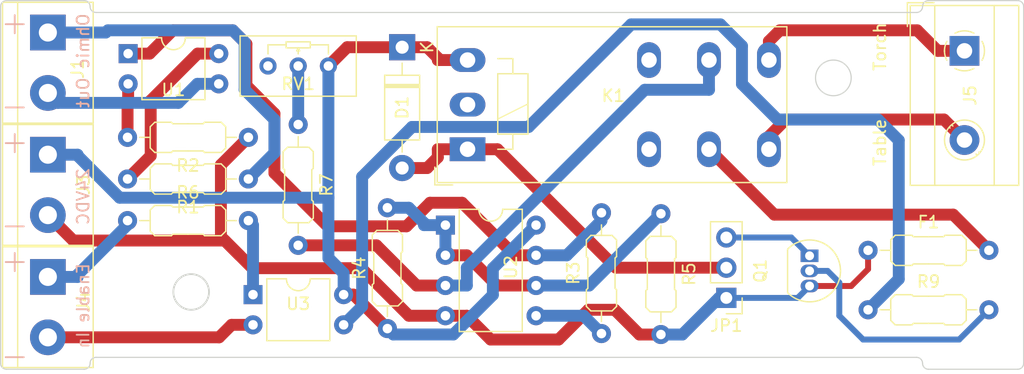
<source format=kicad_pcb>
(kicad_pcb (version 20240108) (generator "pcbnew") (generator_version "8.0")
  (layers (0 "F.Cu" signal) (31 "B.Cu" signal) (34 "B.Paste" user) (35 "F.Paste" user) (36 "B.SilkS" user "B.Silkscreen") (37 "F.SilkS" user "F.Silkscreen") (38 "B.Mask" user) (39 "F.Mask" user) (44 "Edge.Cuts" user))
  (net 0 "")
  (net 1 "+24V")
  (net 2 "Net-(D1-A)")
  (net 3 "Digital_Input")
  (net 4 "Masso_Power_24v")
  (net 5 "GND")
  (net 6 "Digital_Output")
  (net 7 "Masso_GND")
  (net 8 "Plasma_Torch+")
  (net 9 "Table_Ohmic-")
  (net 10 "Net-(JP1-B)")
  (net 11 "Net-(Q1-B)")
  (net 12 "Net-(R1-Pad2)")
  (net 13 "Net-(R2-Pad2)")
  (net 14 "Net-(R3-Pad2)")
  (net 15 "Net-(U2B-+)")
  (net 16 "Net-(U2A--)")
  (net 17 "Net-(R6-Pad2)")
  (net 18 "Net-(U2A-+)")
  (net 19 "Net-(R7-Pad1)")
  (net 20 "Net-(R9-Pad1)")
  (net 24 "Net-(F1-Pad2)")
  (footprint "PCM_Resistor_THT_AKL:R_Axial_DIN0207_L6.3mm_D2.5mm_P10.16mm_Horizontal" (layer "F.Cu") (at 102 147 90)
    (property "Reference" "R3" (at 5.08 -2.37 90) (layer "F.SilkS"))
    (property "Value" "470k" (hide yes))
    (fp_line (start 7.874 -1.27) (end 6.477 -1.27) (stroke (width 0.12)) (layer "F.SilkS"))
    (fp_line (start 6.477 -1.27) (end 6.35 -1.143) (stroke (width 0.12)) (layer "F.SilkS"))
    (fp_line (start 3.683 -1.27) (end 3.81 -1.143) (stroke (width 0.12)) (layer "F.SilkS"))
    (fp_line (start 2.286 -1.27) (end 3.683 -1.27) (stroke (width 0.12)) (layer "F.SilkS"))
    (fp_line (start 6.35 -1.143) (end 5.08 -1.143) (stroke (width 0.12)) (layer "F.SilkS"))
    (fp_line (start 3.81 -1.143) (end 5.08 -1.143) (stroke (width 0.12)) (layer "F.SilkS"))
    (fp_line (start 8.255 -0.889) (end 7.874 -1.27) (stroke (width 0.12)) (layer "F.SilkS"))
    (fp_line (start 8.255 -0.889) (end 8.255 0.889) (stroke (width 0.12)) (layer "F.SilkS"))
    (fp_line (start 1.905 -0.889) (end 2.286 -1.27) (stroke (width 0.12)) (layer "F.SilkS"))
    (fp_line (start 1.905 -0.889) (end 1.905 0.889) (stroke (width 0.12)) (layer "F.SilkS"))
    (fp_line (start 8.255 0) (end 9.144 0) (stroke (width 0.12)) (layer "F.SilkS"))
    (fp_line (start 1.905 0) (end 1.016 0) (stroke (width 0.12)) (layer "F.SilkS"))
    (fp_line (start 8.255 0.889) (end 7.874 1.27) (stroke (width 0.12)) (layer "F.SilkS"))
    (fp_line (start 1.905 0.889) (end 2.286 1.27) (stroke (width 0.12)) (layer "F.SilkS"))
    (fp_line (start 6.35 1.143) (end 5.08 1.143) (stroke (width 0.12)) (layer "F.SilkS"))
    (fp_line (start 3.81 1.143) (end 5.08 1.143) (stroke (width 0.12)) (layer "F.SilkS"))
    (fp_line (start 7.874 1.27) (end 6.477 1.27) (stroke (width 0.12)) (layer "F.SilkS"))
    (fp_line (start 6.477 1.27) (end 6.35 1.143) (stroke (width 0.12)) (layer "F.SilkS"))
    (fp_line (start 3.683 1.27) (end 3.81 1.143) (stroke (width 0.12)) (layer "F.SilkS"))
    (fp_line (start 2.286 1.27) (end 3.683 1.27) (stroke (width 0.12)) (layer "F.SilkS"))
    (pad "1" thru_hole circle (at 0 0 90) (size 1.6 1.6) (drill 0.8) (layers "*.Cu" "*.Mask") (net 15 "Net-(U2B-+)"))
    (pad "2" thru_hole oval (at 10.16 0 90) (size 1.6 1.6) (drill 0.8) (layers "*.Cu" "*.Mask") (net 14 "Net-(R3-Pad2)"))
  )
  (footprint "Package_DIP:DIP-4_W7.62mm" (layer "F.Cu") (at 72.7 143.725)
    (property "Reference" "U3" (at 3.8 0.775 0) (layer "F.SilkS"))
    (property "Value" "PC817")
    (fp_line (start 1.16 -1.33) (end 1.16 3.87) (stroke (width 0.12)) (layer "F.SilkS"))
    (fp_line (start 1.16 3.87) (end 6.46 3.87) (stroke (width 0.12)) (layer "F.SilkS"))
    (fp_line (start 2.81 -1.33) (end 1.16 -1.33) (stroke (width 0.12)) (layer "F.SilkS"))
    (fp_line (start 6.46 -1.33) (end 4.81 -1.33) (stroke (width 0.12)) (layer "F.SilkS"))
    (fp_line (start 6.46 3.87) (end 6.46 -1.33) (stroke (width 0.12)) (layer "F.SilkS"))
    (fp_arc (start 4.81 -1.33) (mid 3.81 -0.33) (end 2.81 -1.33) (stroke (width 0.12)) (layer "F.SilkS"))
    (pad "1" thru_hole rect (at 0 0) (size 1.6 1.6) (drill 0.8) (layers "*.Cu" "*.Mask") (net 17 "Net-(R6-Pad2)"))
    (pad "2" thru_hole oval (at 0 2.54) (size 1.6 1.6) (drill 0.8) (layers "*.Cu" "*.Mask") (net 7 "Masso_GND"))
    (pad "3" thru_hole oval (at 7.62 2.54) (size 1.6 1.6) (drill 0.8) (layers "*.Cu" "*.Mask") (net 20 "Net-(R9-Pad1)"))
    (pad "4" thru_hole oval (at 7.62 0) (size 1.6 1.6) (drill 0.8) (layers "*.Cu" "*.Mask") (net 1 "+24V"))
  )
  (footprint "PCM_Resistor_THT_AKL:R_Axial_DIN0207_L6.3mm_D2.5mm_P10.16mm_Horizontal" (layer "F.Cu") (at 84 146.58 90)
    (property "Reference" "R4" (at 5.08 -2.37 90) (layer "F.SilkS"))
    (property "Value" "15k" (hide yes))
    (fp_line (start 7.874 -1.27) (end 6.477 -1.27) (stroke (width 0.12)) (layer "F.SilkS"))
    (fp_line (start 6.477 -1.27) (end 6.35 -1.143) (stroke (width 0.12)) (layer "F.SilkS"))
    (fp_line (start 3.683 -1.27) (end 3.81 -1.143) (stroke (width 0.12)) (layer "F.SilkS"))
    (fp_line (start 2.286 -1.27) (end 3.683 -1.27) (stroke (width 0.12)) (layer "F.SilkS"))
    (fp_line (start 6.35 -1.143) (end 5.08 -1.143) (stroke (width 0.12)) (layer "F.SilkS"))
    (fp_line (start 3.81 -1.143) (end 5.08 -1.143) (stroke (width 0.12)) (layer "F.SilkS"))
    (fp_line (start 8.255 -0.889) (end 7.874 -1.27) (stroke (width 0.12)) (layer "F.SilkS"))
    (fp_line (start 8.255 -0.889) (end 8.255 0.889) (stroke (width 0.12)) (layer "F.SilkS"))
    (fp_line (start 1.905 -0.889) (end 2.286 -1.27) (stroke (width 0.12)) (layer "F.SilkS"))
    (fp_line (start 1.905 -0.889) (end 1.905 0.889) (stroke (width 0.12)) (layer "F.SilkS"))
    (fp_line (start 8.255 0) (end 9.144 0) (stroke (width 0.12)) (layer "F.SilkS"))
    (fp_line (start 1.905 0) (end 1.016 0) (stroke (width 0.12)) (layer "F.SilkS"))
    (fp_line (start 8.255 0.889) (end 7.874 1.27) (stroke (width 0.12)) (layer "F.SilkS"))
    (fp_line (start 1.905 0.889) (end 2.286 1.27) (stroke (width 0.12)) (layer "F.SilkS"))
    (fp_line (start 6.35 1.143) (end 5.08 1.143) (stroke (width 0.12)) (layer "F.SilkS"))
    (fp_line (start 3.81 1.143) (end 5.08 1.143) (stroke (width 0.12)) (layer "F.SilkS"))
    (fp_line (start 7.874 1.27) (end 6.477 1.27) (stroke (width 0.12)) (layer "F.SilkS"))
    (fp_line (start 6.477 1.27) (end 6.35 1.143) (stroke (width 0.12)) (layer "F.SilkS"))
    (fp_line (start 3.683 1.27) (end 3.81 1.143) (stroke (width 0.12)) (layer "F.SilkS"))
    (fp_line (start 2.286 1.27) (end 3.683 1.27) (stroke (width 0.12)) (layer "F.SilkS"))
    (pad "1" thru_hole circle (at 0 0 90) (size 1.6 1.6) (drill 0.8) (layers "*.Cu" "*.Mask") (net 1 "+24V"))
    (pad "2" thru_hole oval (at 10.16 0 90) (size 1.6 1.6) (drill 0.8) (layers "*.Cu" "*.Mask") (net 16 "Net-(U2A--)"))
  )
  (footprint "PCM_Resistor_THT_AKL:R_Axial_DIN0207_L6.3mm_D2.5mm_P10.16mm_Horizontal" (layer "F.Cu") (at 107 136.92 -90)
    (property "Reference" "R5" (at 5.08 -2.37 -90) (layer "F.SilkS"))
    (property "Value" "100k" (hide yes))
    (fp_line (start 2.286 1.27) (end 3.683 1.27) (stroke (width 0.12)) (layer "F.SilkS"))
    (fp_line (start 3.683 1.27) (end 3.81 1.143) (stroke (width 0.12)) (layer "F.SilkS"))
    (fp_line (start 6.477 1.27) (end 6.35 1.143) (stroke (width 0.12)) (layer "F.SilkS"))
    (fp_line (start 7.874 1.27) (end 6.477 1.27) (stroke (width 0.12)) (layer "F.SilkS"))
    (fp_line (start 3.81 1.143) (end 5.08 1.143) (stroke (width 0.12)) (layer "F.SilkS"))
    (fp_line (start 6.35 1.143) (end 5.08 1.143) (stroke (width 0.12)) (layer "F.SilkS"))
    (fp_line (start 1.905 0.889) (end 2.286 1.27) (stroke (width 0.12)) (layer "F.SilkS"))
    (fp_line (start 8.255 0.889) (end 7.874 1.27) (stroke (width 0.12)) (layer "F.SilkS"))
    (fp_line (start 1.905 0) (end 1.016 0) (stroke (width 0.12)) (layer "F.SilkS"))
    (fp_line (start 8.255 0) (end 9.144 0) (stroke (width 0.12)) (layer "F.SilkS"))
    (fp_line (start 1.905 -0.889) (end 1.905 0.889) (stroke (width 0.12)) (layer "F.SilkS"))
    (fp_line (start 1.905 -0.889) (end 2.286 -1.27) (stroke (width 0.12)) (layer "F.SilkS"))
    (fp_line (start 8.255 -0.889) (end 8.255 0.889) (stroke (width 0.12)) (layer "F.SilkS"))
    (fp_line (start 8.255 -0.889) (end 7.874 -1.27) (stroke (width 0.12)) (layer "F.SilkS"))
    (fp_line (start 3.81 -1.143) (end 5.08 -1.143) (stroke (width 0.12)) (layer "F.SilkS"))
    (fp_line (start 6.35 -1.143) (end 5.08 -1.143) (stroke (width 0.12)) (layer "F.SilkS"))
    (fp_line (start 2.286 -1.27) (end 3.683 -1.27) (stroke (width 0.12)) (layer "F.SilkS"))
    (fp_line (start 3.683 -1.27) (end 3.81 -1.143) (stroke (width 0.12)) (layer "F.SilkS"))
    (fp_line (start 6.477 -1.27) (end 6.35 -1.143) (stroke (width 0.12)) (layer "F.SilkS"))
    (fp_line (start 7.874 -1.27) (end 6.477 -1.27) (stroke (width 0.12)) (layer "F.SilkS"))
    (pad "1" thru_hole circle (at 0 0 270) (size 1.6 1.6) (drill 0.8) (layers "*.Cu" "*.Mask") (net 16 "Net-(U2A--)"))
    (pad "2" thru_hole oval (at 10.16 0 270) (size 1.6 1.6) (drill 0.8) (layers "*.Cu" "*.Mask") (net 5 "GND"))
  )
  (footprint "Connector_PinHeader_2.54mm:PinHeader_1x03_P2.54mm_Vertical" (layer "F.Cu") (at 112.5 144 180)
    (property "Reference" "JP1" (at 0 -2.33 180) (layer "F.SilkS"))
    (property "Value" "Ext enable")
    (fp_line (start 1.33 1.27) (end 1.33 6.41) (stroke (width 0.12)) (layer "F.SilkS"))
    (fp_line (start -1.33 6.41) (end 1.33 6.41) (stroke (width 0.12)) (layer "F.SilkS"))
    (fp_line (start -1.33 1.27) (end 1.33 1.27) (stroke (width 0.12)) (layer "F.SilkS"))
    (fp_line (start -1.33 1.27) (end -1.33 6.41) (stroke (width 0.12)) (layer "F.SilkS"))
    (fp_line (start -1.33 0) (end -1.33 -1.33) (stroke (width 0.12)) (layer "F.SilkS"))
    (fp_line (start -1.33 -1.33) (end 0 -1.33) (stroke (width 0.12)) (layer "F.SilkS"))
    (pad "1" thru_hole rect (at 0 0 180) (size 1.7 1.7) (drill 1) (layers "*.Cu" "*.Mask") (net 5 "GND"))
    (pad "2" thru_hole oval (at 0 2.54 180) (size 1.7 1.7) (drill 1) (layers "*.Cu" "*.Mask") (net 2 "Net-(D1-A)"))
    (pad "3" thru_hole oval (at 0 5.08 180) (size 1.7 1.7) (drill 1) (layers "*.Cu" "*.Mask") (net 10 "Net-(JP1-B)"))
  )
  (footprint "TerminalBlock:TerminalBlock_bornier-2_P5.08mm" (layer "F.Cu") (at 55.4496 131.96 -90)
    (property "Reference" "J3" (at 2.54 -3 90) (layer "F.SilkS"))
    (property "Value" "Screw_Terminal_01x02" (hide yes))
    (fp_line (start -2.54 3.81) (end 7.62 3.81) (stroke (width 0.12)) (layer "F.SilkS"))
    (fp_line (start 7.62 3.81) (end 7.62 -3.81) (stroke (width 0.12)) (layer "F.SilkS"))
    (fp_line (start 7.62 2.54) (end -2.54 2.54) (stroke (width 0.12)) (layer "F.SilkS"))
    (fp_line (start -2.54 -3.81) (end -2.54 3.81) (stroke (width 0.12)) (layer "F.SilkS"))
    (fp_line (start 7.62 -3.81) (end -2.54 -3.81) (stroke (width 0.12)) (layer "F.SilkS"))
    (pad "1" thru_hole rect (at 0 0 270) (size 3 3) (drill 1.52) (layers "*.Cu" "*.Mask") (net 1 "+24V"))
    (pad "2" thru_hole circle (at 5.08 0 270) (size 3 3) (drill 1.52) (layers "*.Cu" "*.Mask") (net 5 "GND"))
  )
  (footprint "TerminalBlock:TerminalBlock_bornier-2_P5.08mm" (layer "F.Cu") (at 55.4496 142.235 -90)
    (property "Reference" "J4" (at 2.08 -3 90) (layer "F.SilkS"))
    (property "Value" "Screw_Terminal_01x02" (hide yes))
    (fp_line (start -2.54 3.81) (end 7.62 3.81) (stroke (width 0.12)) (layer "F.SilkS"))
    (fp_line (start 7.62 3.81) (end 7.62 -3.81) (stroke (width 0.12)) (layer "F.SilkS"))
    (fp_line (start 7.62 2.54) (end -2.54 2.54) (stroke (width 0.12)) (layer "F.SilkS"))
    (fp_line (start -2.54 -3.81) (end -2.54 3.81) (stroke (width 0.12)) (layer "F.SilkS"))
    (fp_line (start 7.62 -3.81) (end -2.54 -3.81) (stroke (width 0.12)) (layer "F.SilkS"))
    (pad "1" thru_hole rect (at 0 0 270) (size 3 3) (drill 1.52) (layers "*.Cu" "*.Mask") (net 6 "Digital_Output"))
    (pad "2" thru_hole circle (at 5.08 0 270) (size 3 3) (drill 1.52) (layers "*.Cu" "*.Mask") (net 7 "Masso_GND"))
  )
  (footprint "Package_TO_SOT_THT:TO-92_Inline" (layer "F.Cu") (at 119.5 140.46 -90)
    (property "Reference" "Q1" (at 1.27 4.14 90) (layer "F.SilkS"))
    (property "Value" "BC547")
    (fp_line (start -0.53 1.85) (end 3.07 1.85) (stroke (width 0.12)) (layer "F.SilkS"))
    (fp_arc (start -0.568478 1.838478) (mid -1.132087 -0.994977) (end 1.27 -2.6) (stroke (width 0.12)) (layer "F.SilkS"))
    (fp_arc (start 1.27 -2.6) (mid 3.672087 -0.994977) (end 3.108478 1.838478) (stroke (width 0.12)) (layer "F.SilkS"))
    (pad "1" thru_hole rect (at 0 0 270) (size 1.05 1.5) (drill 0.75) (layers "*.Cu" "*.Mask") (net 10 "Net-(JP1-B)"))
    (pad "2" thru_hole oval (at 1.27 0 270) (size 1.05 1.5) (drill 0.75) (layers "*.Cu" "*.Mask") (net 11 "Net-(Q1-B)"))
    (pad "3" thru_hole oval (at 2.54 0 270) (size 1.05 1.5) (drill 0.75) (layers "*.Cu" "*.Mask") (net 5 "GND"))
  )
  (footprint "PCM_Resistor_THT_AKL:R_Axial_DIN0207_L6.3mm_D2.5mm_P10.16mm_Horizontal" (layer "F.Cu") (at 124.42 140)
    (property "Reference" "F1" (at 5.08 -2.37 0) (layer "F.SilkS"))
    (property "Value" "Fuse" (hide yes))
    (fp_line (start 1.905 -0.889) (end 1.905 0.889) (stroke (width 0.12)) (layer "F.SilkS"))
    (fp_line (start 1.905 -0.889) (end 2.286 -1.27) (stroke (width 0.12)) (layer "F.SilkS"))
    (fp_line (start 1.905 0) (end 1.016 0) (stroke (width 0.12)) (layer "F.SilkS"))
    (fp_line (start 1.905 0.889) (end 2.286 1.27) (stroke (width 0.12)) (layer "F.SilkS"))
    (fp_line (start 2.286 -1.27) (end 3.683 -1.27) (stroke (width 0.12)) (layer "F.SilkS"))
    (fp_line (start 2.286 1.27) (end 3.683 1.27) (stroke (width 0.12)) (layer "F.SilkS"))
    (fp_line (start 3.683 -1.27) (end 3.81 -1.143) (stroke (width 0.12)) (layer "F.SilkS"))
    (fp_line (start 3.683 1.27) (end 3.81 1.143) (stroke (width 0.12)) (layer "F.SilkS"))
    (fp_line (start 3.81 -1.143) (end 5.08 -1.143) (stroke (width 0.12)) (layer "F.SilkS"))
    (fp_line (start 3.81 1.143) (end 5.08 1.143) (stroke (width 0.12)) (layer "F.SilkS"))
    (fp_line (start 6.35 -1.143) (end 5.08 -1.143) (stroke (width 0.12)) (layer "F.SilkS"))
    (fp_line (start 6.35 1.143) (end 5.08 1.143) (stroke (width 0.12)) (layer "F.SilkS"))
    (fp_line (start 6.477 -1.27) (end 6.35 -1.143) (stroke (width 0.12)) (layer "F.SilkS"))
    (fp_line (start 6.477 1.27) (end 6.35 1.143) (stroke (width 0.12)) (layer "F.SilkS"))
    (fp_line (start 7.874 -1.27) (end 6.477 -1.27) (stroke (width 0.12)) (layer "F.SilkS"))
    (fp_line (start 7.874 1.27) (end 6.477 1.27) (stroke (width 0.12)) (layer "F.SilkS"))
    (fp_line (start 8.255 -0.889) (end 7.874 -1.27) (stroke (width 0.12)) (layer "F.SilkS"))
    (fp_line (start 8.255 -0.889) (end 8.255 0.889) (stroke (width 0.12)) (layer "F.SilkS"))
    (fp_line (start 8.255 0) (end 9.144 0) (stroke (width 0.12)) (layer "F.SilkS"))
    (fp_line (start 8.255 0.889) (end 7.874 1.27) (stroke (width 0.12)) (layer "F.SilkS"))
    (pad "1" thru_hole circle (at 0 0) (size 1.6 1.6) (drill 0.8) (layers "*.Cu" "*.Mask") (net 5 "GND"))
    (pad "2" thru_hole oval (at 10.16 0) (size 1.6 1.6) (drill 0.8) (layers "*.Cu" "*.Mask") (net 24 "Net-(F1-Pad2)"))
  )
  (footprint "PCM_Resistor_THT_AKL:R_Axial_DIN0207_L6.3mm_D2.5mm_P10.16mm_Horizontal" (layer "F.Cu") (at 62.15 137.5)
    (property "Reference" "R6" (at 5.08 -2.37 0) (layer "F.SilkS"))
    (property "Value" "4k7" (hide yes))
    (fp_line (start 1.905 -0.889) (end 1.905 0.889) (stroke (width 0.12)) (layer "F.SilkS"))
    (fp_line (start 1.905 -0.889) (end 2.286 -1.27) (stroke (width 0.12)) (layer "F.SilkS"))
    (fp_line (start 1.905 0) (end 1.016 0) (stroke (width 0.12)) (layer "F.SilkS"))
    (fp_line (start 1.905 0.889) (end 2.286 1.27) (stroke (width 0.12)) (layer "F.SilkS"))
    (fp_line (start 2.286 -1.27) (end 3.683 -1.27) (stroke (width 0.12)) (layer "F.SilkS"))
    (fp_line (start 2.286 1.27) (end 3.683 1.27) (stroke (width 0.12)) (layer "F.SilkS"))
    (fp_line (start 3.683 -1.27) (end 3.81 -1.143) (stroke (width 0.12)) (layer "F.SilkS"))
    (fp_line (start 3.683 1.27) (end 3.81 1.143) (stroke (width 0.12)) (layer "F.SilkS"))
    (fp_line (start 3.81 -1.143) (end 5.08 -1.143) (stroke (width 0.12)) (layer "F.SilkS"))
    (fp_line (start 3.81 1.143) (end 5.08 1.143) (stroke (width 0.12)) (layer "F.SilkS"))
    (fp_line (start 6.35 -1.143) (end 5.08 -1.143) (stroke (width 0.12)) (layer "F.SilkS"))
    (fp_line (start 6.35 1.143) (end 5.08 1.143) (stroke (width 0.12)) (layer "F.SilkS"))
    (fp_line (start 6.477 -1.27) (end 6.35 -1.143) (stroke (width 0.12)) (layer "F.SilkS"))
    (fp_line (start 6.477 1.27) (end 6.35 1.143) (stroke (width 0.12)) (layer "F.SilkS"))
    (fp_line (start 7.874 -1.27) (end 6.477 -1.27) (stroke (width 0.12)) (layer "F.SilkS"))
    (fp_line (start 7.874 1.27) (end 6.477 1.27) (stroke (width 0.12)) (layer "F.SilkS"))
    (fp_line (start 8.255 -0.889) (end 7.874 -1.27) (stroke (width 0.12)) (layer "F.SilkS"))
    (fp_line (start 8.255 -0.889) (end 8.255 0.889) (stroke (width 0.12)) (layer "F.SilkS"))
    (fp_line (start 8.255 0) (end 9.144 0) (stroke (width 0.12)) (layer "F.SilkS"))
    (fp_line (start 8.255 0.889) (end 7.874 1.27) (stroke (width 0.12)) (layer "F.SilkS"))
    (pad "1" thru_hole circle (at 0 0) (size 1.6 1.6) (drill 0.8) (layers "*.Cu" "*.Mask") (net 6 "Digital_Output"))
    (pad "2" thru_hole oval (at 10.16 0) (size 1.6 1.6) (drill 0.8) (layers "*.Cu" "*.Mask") (net 17 "Net-(R6-Pad2)"))
  )
  (footprint "PCM_Resistor_THT_AKL:R_Axial_DIN0207_L6.3mm_D2.5mm_P10.16mm_Horizontal" (layer "F.Cu") (at 124.42 145)
    (property "Reference" "R9" (at 5.08 -2.37 0) (layer "F.SilkS"))
    (property "Value" "4k7" (hide yes))
    (fp_line (start 1.905 -0.889) (end 1.905 0.889) (stroke (width 0.12)) (layer "F.SilkS"))
    (fp_line (start 1.905 -0.889) (end 2.286 -1.27) (stroke (width 0.12)) (layer "F.SilkS"))
    (fp_line (start 1.905 0) (end 1.016 0) (stroke (width 0.12)) (layer "F.SilkS"))
    (fp_line (start 1.905 0.889) (end 2.286 1.27) (stroke (width 0.12)) (layer "F.SilkS"))
    (fp_line (start 2.286 -1.27) (end 3.683 -1.27) (stroke (width 0.12)) (layer "F.SilkS"))
    (fp_line (start 2.286 1.27) (end 3.683 1.27) (stroke (width 0.12)) (layer "F.SilkS"))
    (fp_line (start 3.683 -1.27) (end 3.81 -1.143) (stroke (width 0.12)) (layer "F.SilkS"))
    (fp_line (start 3.683 1.27) (end 3.81 1.143) (stroke (width 0.12)) (layer "F.SilkS"))
    (fp_line (start 3.81 -1.143) (end 5.08 -1.143) (stroke (width 0.12)) (layer "F.SilkS"))
    (fp_line (start 3.81 1.143) (end 5.08 1.143) (stroke (width 0.12)) (layer "F.SilkS"))
    (fp_line (start 6.35 -1.143) (end 5.08 -1.143) (stroke (width 0.12)) (layer "F.SilkS"))
    (fp_line (start 6.35 1.143) (end 5.08 1.143) (stroke (width 0.12)) (layer "F.SilkS"))
    (fp_line (start 6.477 -1.27) (end 6.35 -1.143) (stroke (width 0.12)) (layer "F.SilkS"))
    (fp_line (start 6.477 1.27) (end 6.35 1.143) (stroke (width 0.12)) (layer "F.SilkS"))
    (fp_line (start 7.874 -1.27) (end 6.477 -1.27) (stroke (width 0.12)) (layer "F.SilkS"))
    (fp_line (start 7.874 1.27) (end 6.477 1.27) (stroke (width 0.12)) (layer "F.SilkS"))
    (fp_line (start 8.255 -0.889) (end 7.874 -1.27) (stroke (width 0.12)) (layer "F.SilkS"))
    (fp_line (start 8.255 -0.889) (end 8.255 0.889) (stroke (width 0.12)) (layer "F.SilkS"))
    (fp_line (start 8.255 0) (end 9.144 0) (stroke (width 0.12)) (layer "F.SilkS"))
    (fp_line (start 8.255 0.889) (end 7.874 1.27) (stroke (width 0.12)) (layer "F.SilkS"))
    (pad "1" thru_hole circle (at 0 0) (size 1.6 1.6) (drill 0.8) (layers "*.Cu" "*.Mask") (net 20 "Net-(R9-Pad1)"))
    (pad "2" thru_hole oval (at 10.16 0) (size 1.6 1.6) (drill 0.8) (layers "*.Cu" "*.Mask") (net 11 "Net-(Q1-B)"))
  )
  (footprint "Package_DIP:DIP-8_W7.62mm" (layer "F.Cu") (at 88.88 137.88)
    (property "Reference" "U2" (at 5.5 3.54 90) (layer "F.SilkS"))
    (property "Value" "LM358")
    (fp_line (start 1.16 -1.33) (end 1.16 8.95) (stroke (width 0.12)) (layer "F.SilkS"))
    (fp_line (start 1.16 8.95) (end 6.46 8.95) (stroke (width 0.12)) (layer "F.SilkS"))
    (fp_line (start 2.81 -1.33) (end 1.16 -1.33) (stroke (width 0.12)) (layer "F.SilkS"))
    (fp_line (start 6.46 -1.33) (end 4.81 -1.33) (stroke (width 0.12)) (layer "F.SilkS"))
    (fp_line (start 6.46 8.95) (end 6.46 -1.33) (stroke (width 0.12)) (layer "F.SilkS"))
    (fp_arc (start 4.81 -1.33) (mid 3.81 -0.33) (end 2.81 -1.33) (stroke (width 0.12)) (layer "F.SilkS"))
    (pad "1" thru_hole rect (at 0 0) (size 1.6 1.6) (drill 0.8) (layers "*.Cu" "*.Mask") (net 16 "Net-(U2A--)"))
    (pad "2" thru_hole oval (at 0 2.54) (size 1.6 1.6) (drill 0.8) (layers "*.Cu" "*.Mask") (net 16 "Net-(U2A--)"))
    (pad "3" thru_hole oval (at 0 5.08) (size 1.6 1.6) (drill 0.8) (layers "*.Cu" "*.Mask") (net 18 "Net-(U2A-+)"))
    (pad "4" thru_hole oval (at 0 7.62) (size 1.6 1.6) (drill 0.8) (layers "*.Cu" "*.Mask") (net 5 "GND"))
    (pad "5" thru_hole oval (at 7.62 7.62) (size 1.6 1.6) (drill 0.8) (layers "*.Cu" "*.Mask") (net 15 "Net-(U2B-+)"))
    (pad "6" thru_hole oval (at 7.62 5.08) (size 1.6 1.6) (drill 0.8) (layers "*.Cu" "*.Mask") (net 16 "Net-(U2A--)"))
    (pad "7" thru_hole oval (at 7.62 2.54) (size 1.6 1.6) (drill 0.8) (layers "*.Cu" "*.Mask") (net 14 "Net-(R3-Pad2)"))
    (pad "8" thru_hole oval (at 7.62 0) (size 1.6 1.6) (drill 0.8) (layers "*.Cu" "*.Mask") (net 1 "+24V"))
  )
  (footprint "PCM_Resistor_THT_AKL:R_Axial_DIN0207_L6.3mm_D2.5mm_P10.16mm_Horizontal" (layer "F.Cu") (at 72.31 130.5 180)
    (property "Reference" "R2" (at 5.08 -2.37 180) (layer "F.SilkS"))
    (property "Value" "4k7" (hide yes))
    (fp_line (start 8.255 0.889) (end 7.874 1.27) (stroke (width 0.12)) (layer "F.SilkS"))
    (fp_line (start 8.255 0) (end 9.144 0) (stroke (width 0.12)) (layer "F.SilkS"))
    (fp_line (start 8.255 -0.889) (end 8.255 0.889) (stroke (width 0.12)) (layer "F.SilkS"))
    (fp_line (start 8.255 -0.889) (end 7.874 -1.27) (stroke (width 0.12)) (layer "F.SilkS"))
    (fp_line (start 7.874 1.27) (end 6.477 1.27) (stroke (width 0.12)) (layer "F.SilkS"))
    (fp_line (start 7.874 -1.27) (end 6.477 -1.27) (stroke (width 0.12)) (layer "F.SilkS"))
    (fp_line (start 6.477 1.27) (end 6.35 1.143) (stroke (width 0.12)) (layer "F.SilkS"))
    (fp_line (start 6.477 -1.27) (end 6.35 -1.143) (stroke (width 0.12)) (layer "F.SilkS"))
    (fp_line (start 6.35 1.143) (end 5.08 1.143) (stroke (width 0.12)) (layer "F.SilkS"))
    (fp_line (start 6.35 -1.143) (end 5.08 -1.143) (stroke (width 0.12)) (layer "F.SilkS"))
    (fp_line (start 3.81 1.143) (end 5.08 1.143) (stroke (width 0.12)) (layer "F.SilkS"))
    (fp_line (start 3.81 -1.143) (end 5.08 -1.143) (stroke (width 0.12)) (layer "F.SilkS"))
    (fp_line (start 3.683 1.27) (end 3.81 1.143) (stroke (width 0.12)) (layer "F.SilkS"))
    (fp_line (start 3.683 -1.27) (end 3.81 -1.143) (stroke (width 0.12)) (layer "F.SilkS"))
    (fp_line (start 2.286 1.27) (end 3.683 1.27) (stroke (width 0.12)) (layer "F.SilkS"))
    (fp_line (start 2.286 -1.27) (end 3.683 -1.27) (stroke (width 0.12)) (layer "F.SilkS"))
    (fp_line (start 1.905 0.889) (end 2.286 1.27) (stroke (width 0.12)) (layer "F.SilkS"))
    (fp_line (start 1.905 0) (end 1.016 0) (stroke (width 0.12)) (layer "F.SilkS"))
    (fp_line (start 1.905 -0.889) (end 2.286 -1.27) (stroke (width 0.12)) (layer "F.SilkS"))
    (fp_line (start 1.905 -0.889) (end 1.905 0.889) (stroke (width 0.12)) (layer "F.SilkS"))
    (pad "1" thru_hole circle (at 0 0 180) (size 1.6 1.6) (drill 0.8) (layers "*.Cu" "*.Mask") (net 5 "GND"))
    (pad "2" thru_hole oval (at 10.16 0 180) (size 1.6 1.6) (drill 0.8) (layers "*.Cu" "*.Mask") (net 13 "Net-(R2-Pad2)"))
  )
  (footprint "TerminalBlock:TerminalBlock_bornier-2_P5.08mm" (layer "F.Cu") (at 55.4496 121.685 -90)
    (property "Reference" "J1" (at 3.04 -2.5 90) (layer "F.SilkS"))
    (property "Value" "Screw_Terminal_01x02" (hide yes))
    (fp_line (start -2.54 3.81) (end 7.62 3.81) (stroke (width 0.12)) (layer "F.SilkS"))
    (fp_line (start 7.62 3.81) (end 7.62 -3.81) (stroke (width 0.12)) (layer "F.SilkS"))
    (fp_line (start 7.62 2.54) (end -2.54 2.54) (stroke (width 0.12)) (layer "F.SilkS"))
    (fp_line (start -2.54 -3.81) (end -2.54 3.81) (stroke (width 0.12)) (layer "F.SilkS"))
    (fp_line (start 7.62 -3.81) (end -2.54 -3.81) (stroke (width 0.12)) (layer "F.SilkS"))
    (pad "1" thru_hole rect (at 0 0 270) (size 3 3) (drill 1.52) (layers "*.Cu" "*.Mask") (net 4 "Masso_Power_24v"))
    (pad "2" thru_hole circle (at 5.08 0 270) (size 3 3) (drill 1.52) (layers "*.Cu" "*.Mask") (net 3 "Digital_Input"))
  )
  (footprint "PCM_Resistor_THT_AKL:R_Axial_DIN0207_L6.3mm_D2.5mm_P10.16mm_Horizontal" (layer "F.Cu") (at 72.31 134 180)
    (property "Reference" "R1" (at 5.08 -2.37 180) (layer "F.SilkS"))
    (property "Value" "4k7" (hide yes))
    (fp_line (start 8.255 0.889) (end 7.874 1.27) (stroke (width 0.12)) (layer "F.SilkS"))
    (fp_line (start 8.255 0) (end 9.144 0) (stroke (width 0.12)) (layer "F.SilkS"))
    (fp_line (start 8.255 -0.889) (end 8.255 0.889) (stroke (width 0.12)) (layer "F.SilkS"))
    (fp_line (start 8.255 -0.889) (end 7.874 -1.27) (stroke (width 0.12)) (layer "F.SilkS"))
    (fp_line (start 7.874 1.27) (end 6.477 1.27) (stroke (width 0.12)) (layer "F.SilkS"))
    (fp_line (start 7.874 -1.27) (end 6.477 -1.27) (stroke (width 0.12)) (layer "F.SilkS"))
    (fp_line (start 6.477 1.27) (end 6.35 1.143) (stroke (width 0.12)) (layer "F.SilkS"))
    (fp_line (start 6.477 -1.27) (end 6.35 -1.143) (stroke (width 0.12)) (layer "F.SilkS"))
    (fp_line (start 6.35 1.143) (end 5.08 1.143) (stroke (width 0.12)) (layer "F.SilkS"))
    (fp_line (start 6.35 -1.143) (end 5.08 -1.143) (stroke (width 0.12)) (layer "F.SilkS"))
    (fp_line (start 3.81 1.143) (end 5.08 1.143) (stroke (width 0.12)) (layer "F.SilkS"))
    (fp_line (start 3.81 -1.143) (end 5.08 -1.143) (stroke (width 0.12)) (layer "F.SilkS"))
    (fp_line (start 3.683 1.27) (end 3.81 1.143) (stroke (width 0.12)) (layer "F.SilkS"))
    (fp_line (start 3.683 -1.27) (end 3.81 -1.143) (stroke (width 0.12)) (layer "F.SilkS"))
    (fp_line (start 2.286 1.27) (end 3.683 1.27) (stroke (width 0.12)) (layer "F.SilkS"))
    (fp_line (start 2.286 -1.27) (end 3.683 -1.27) (stroke (width 0.12)) (layer "F.SilkS"))
    (fp_line (start 1.905 0.889) (end 2.286 1.27) (stroke (width 0.12)) (layer "F.SilkS"))
    (fp_line (start 1.905 0) (end 1.016 0) (stroke (width 0.12)) (layer "F.SilkS"))
    (fp_line (start 1.905 -0.889) (end 2.286 -1.27) (stroke (width 0.12)) (layer "F.SilkS"))
    (fp_line (start 1.905 -0.889) (end 1.905 0.889) (stroke (width 0.12)) (layer "F.SilkS"))
    (pad "1" thru_hole circle (at 0 0 180) (size 1.6 1.6) (drill 0.8) (layers "*.Cu" "*.Mask") (net 4 "Masso_Power_24v"))
    (pad "2" thru_hole oval (at 10.16 0 180) (size 1.6 1.6) (drill 0.8) (layers "*.Cu" "*.Mask") (net 12 "Net-(R1-Pad2)"))
  )
  (footprint "TerminalBlock_MetzConnect:TerminalBlock_MetzConnect_Type171_RT13702HBWC_1x02_P7.50mm_Horizontal" (layer "F.Cu") (at 132.525 123.225 -90)
    (property "Reference" "J5" (at 3.75 -0.475 90) (layer "F.SilkS"))
    (property "Value" "Screw_Terminal_01x02" (hide yes))
    (fp_line (start -4.05 4.8) (end -2.05 4.8) (stroke (width 0.12)) (layer "F.SilkS"))
    (fp_line (start -3.81 4.56) (end 11.31 4.56) (stroke (width 0.12)) (layer "F.SilkS"))
    (fp_line (start -4.05 2.56) (end -4.05 4.8) (stroke (width 0.12)) (layer "F.SilkS"))
    (fp_line (start -3.81 2.5) (end 11.31 2.5) (stroke (width 0.12)) (layer "F.SilkS"))
    (fp_line (start 6.49 1.216) (end 6.431 1.274) (stroke (width 0.12)) (layer "F.SilkS"))
    (fp_line (start 6.32 0.976) (end 6.226 1.069) (stroke (width 0.12)) (layer "F.SilkS"))
    (fp_line (start 8.775 -1.069) (end 8.681 -0.976) (stroke (width 0.12)) (layer "F.SilkS"))
    (fp_line (start 8.57 -1.275) (end 8.511 -1.216) (stroke (width 0.12)) (layer "F.SilkS"))
    (fp_line (start -3.81 -2.5) (end 11.31 -2.5) (stroke (width 0.12)) (layer "F.SilkS"))
    (fp_line (start -3.81 -4.56) (end -3.81 4.56) (stroke (width 0.12)) (layer "F.SilkS"))
    (fp_line (start -3.81 -4.56) (end 11.31 -4.56) (stroke (width 0.12)) (layer "F.SilkS"))
    (fp_line (start 11.31 -4.56) (end 11.31 4.56) (stroke (width 0.12)) (layer "F.SilkS"))
    (fp_arc (start 0.029383 1.68045) (mid -0.392304 1.634281) (end -0.789 1.484) (stroke (width 0.12)) (layer "F.SilkS"))
    (fp_arc (start 0.788712 1.483352) (mid 0.406429 1.630097) (end 0 1.68) (stroke (width 0.12)) (layer "F.SilkS"))
    (fp_arc (start -1.483953 0.789089) (mid -1.680708 0.00005) (end -1.484 -0.789) (stroke (width 0.12)) (layer "F.SilkS"))
    (fp_arc (start 1.483953 -0.789089) (mid 1.680708 -0.00005) (end 1.484 0.789) (stroke (width 0.12)) (layer "F.SilkS"))
    (fp_arc (start -0.789089 -1.483953) (mid -0.00005 -1.680708) (end 0.789 -1.484) (stroke (width 0.12)) (layer "F.SilkS"))
    (fp_circle (center 7.5 0) (end 9.18 0) (stroke (width 0.12)) (fill none) (layer "F.SilkS"))
    (pad "1" thru_hole rect (at 0 0 270) (size 2.5 2.5) (drill 1.3) (layers "*.Cu" "*.Mask") (net 8 "Plasma_Torch+"))
    (pad "2" thru_hole circle (at 7.5 0 270) (size 2.5 2.5) (drill 1.3) (layers "*.Cu" "*.Mask") (net 9 "Table_Ohmic-"))
  )
  (footprint "PCM_Potentiometer_THT_AKL:Potentiometer_Bourns_3296W_Vertical" (layer "F.Cu") (at 79.04 124.5)
    (property "Reference" "RV1" (at -2.54 1.5 0) (layer "F.SilkS"))
    (property "Value" "500k" (hide yes))
    (fp_line (start -7.425 -2.53) (end -7.425 2.54) (stroke (width 0.12)) (layer "F.SilkS"))
    (fp_line (start -7.425 -2.53) (end 2.345 -2.53) (stroke (width 0.12)) (layer "F.SilkS"))
    (fp_line (start -7.425 2.54) (end 2.345 2.54) (stroke (width 0.12)) (layer "F.SilkS"))
    (fp_line (start -5.08 -1.778) (end -5.08 -1.016) (stroke (width 0.12)) (layer "F.SilkS"))
    (fp_line (start -3.556 -1.778) (end -5.08 -1.778) (stroke (width 0.12)) (layer "F.SilkS"))
    (fp_line (start -2.54 -1.524) (end -2.54 -1.016) (stroke (width 0.12)) (layer "F.SilkS"))
    (fp_line (start -1.524 -1.778) (end 0 -1.778) (stroke (width 0.12)) (layer "F.SilkS"))
    (fp_line (start 0 -1.778) (end 0 -1.016) (stroke (width 0.12)) (layer "F.SilkS"))
    (fp_line (start 2.345 -2.53) (end 2.345 2.54) (stroke (width 0.12)) (layer "F.SilkS"))
    (fp_rect (start -3.556 -2.032) (end -1.524 -1.524) (stroke (width 0.12)) (fill none) (layer "F.SilkS"))
    (fp_poly (pts (xy -2.413 -1.27) (xy -2.667 -1.27) (xy -2.54 -1.524)) (stroke (width 0.12)) (fill solid) (layer "F.SilkS"))
    (pad "1" thru_hole circle (at 0 0) (size 1.44 1.44) (drill 0.8) (layers "*.Cu" "*.Mask") (net 1 "+24V"))
    (pad "2" thru_hole circle (at -2.54 0) (size 1.44 1.44) (drill 0.8) (layers "*.Cu" "*.Mask") (net 19 "Net-(R7-Pad1)"))
    (pad "3" thru_hole circle (at -5.08 0) (size 1.44 1.44) (drill 0.8) (layers "*.Cu" "*.Mask"))
  )
  (footprint "Package_DIP:DIP-4_W7.62mm" (layer "F.Cu") (at 62.2 123.46)
    (property "Reference" "U1" (at 3.81 3.05 0) (layer "F.SilkS"))
    (property "Value" "PC817")
    (fp_line (start 1.16 -1.33) (end 1.16 3.87) (stroke (width 0.12)) (layer "F.SilkS"))
    (fp_line (start 1.16 3.87) (end 6.46 3.87) (stroke (width 0.12)) (layer "F.SilkS"))
    (fp_line (start 2.81 -1.33) (end 1.16 -1.33) (stroke (width 0.12)) (layer "F.SilkS"))
    (fp_line (start 6.46 -1.33) (end 4.81 -1.33) (stroke (width 0.12)) (layer "F.SilkS"))
    (fp_line (start 6.46 3.87) (end 6.46 -1.33) (stroke (width 0.12)) (layer "F.SilkS"))
    (fp_arc (start 4.81 -1.33) (mid 3.81 -0.33) (end 2.81 -1.33) (stroke (width 0.12)) (layer "F.SilkS"))
    (pad "1" thru_hole rect (at 0 0) (size 1.6 1.6) (drill 0.8) (layers "*.Cu" "*.Mask") (net 14 "Net-(R3-Pad2)"))
    (pad "2" thru_hole oval (at 0 2.54) (size 1.6 1.6) (drill 0.8) (layers "*.Cu" "*.Mask") (net 13 "Net-(R2-Pad2)"))
    (pad "3" thru_hole oval (at 7.62 2.54) (size 1.6 1.6) (drill 0.8) (layers "*.Cu" "*.Mask") (net 3 "Digital_Input"))
    (pad "4" thru_hole oval (at 7.62 0) (size 1.6 1.6) (drill 0.8) (layers "*.Cu" "*.Mask") (net 12 "Net-(R1-Pad2)"))
  )
  (footprint "PCM_Resistor_THT_AKL:R_Axial_DIN0207_L6.3mm_D2.5mm_P10.16mm_Horizontal" (layer "F.Cu") (at 76.5 129.42 -90)
    (property "Reference" "R7" (at 5.08 -2.37 -90) (layer "F.SilkS"))
    (property "Value" "4k7" (hide yes))
    (fp_line (start 2.286 1.27) (end 3.683 1.27) (stroke (width 0.12)) (layer "F.SilkS"))
    (fp_line (start 3.683 1.27) (end 3.81 1.143) (stroke (width 0.12)) (layer "F.SilkS"))
    (fp_line (start 6.477 1.27) (end 6.35 1.143) (stroke (width 0.12)) (layer "F.SilkS"))
    (fp_line (start 7.874 1.27) (end 6.477 1.27) (stroke (width 0.12)) (layer "F.SilkS"))
    (fp_line (start 3.81 1.143) (end 5.08 1.143) (stroke (width 0.12)) (layer "F.SilkS"))
    (fp_line (start 6.35 1.143) (end 5.08 1.143) (stroke (width 0.12)) (layer "F.SilkS"))
    (fp_line (start 1.905 0.889) (end 2.286 1.27) (stroke (width 0.12)) (layer "F.SilkS"))
    (fp_line (start 8.255 0.889) (end 7.874 1.27) (stroke (width 0.12)) (layer "F.SilkS"))
    (fp_line (start 1.905 0) (end 1.016 0) (stroke (width 0.12)) (layer "F.SilkS"))
    (fp_line (start 8.255 0) (end 9.144 0) (stroke (width 0.12)) (layer "F.SilkS"))
    (fp_line (start 1.905 -0.889) (end 1.905 0.889) (stroke (width 0.12)) (layer "F.SilkS"))
    (fp_line (start 1.905 -0.889) (end 2.286 -1.27) (stroke (width 0.12)) (layer "F.SilkS"))
    (fp_line (start 8.255 -0.889) (end 8.255 0.889) (stroke (width 0.12)) (layer "F.SilkS"))
    (fp_line (start 8.255 -0.889) (end 7.874 -1.27) (stroke (width 0.12)) (layer "F.SilkS"))
    (fp_line (start 3.81 -1.143) (end 5.08 -1.143) (stroke (width 0.12)) (layer "F.SilkS"))
    (fp_line (start 6.35 -1.143) (end 5.08 -1.143) (stroke (width 0.12)) (layer "F.SilkS"))
    (fp_line (start 2.286 -1.27) (end 3.683 -1.27) (stroke (width 0.12)) (layer "F.SilkS"))
    (fp_line (start 3.683 -1.27) (end 3.81 -1.143) (stroke (width 0.12)) (layer "F.SilkS"))
    (fp_line (start 6.477 -1.27) (end 6.35 -1.143) (stroke (width 0.12)) (layer "F.SilkS"))
    (fp_line (start 7.874 -1.27) (end 6.477 -1.27) (stroke (width 0.12)) (layer "F.SilkS"))
    (pad "1" thru_hole circle (at 0 0 270) (size 1.6 1.6) (drill 0.8) (layers "*.Cu" "*.Mask") (net 19 "Net-(R7-Pad1)"))
    (pad "2" thru_hole oval (at 10.16 0 270) (size 1.6 1.6) (drill 0.8) (layers "*.Cu" "*.Mask") (net 18 "Net-(U2A-+)"))
  )
  (footprint "Diode_THT:D_DO-41_SOD81_P10.16mm_Horizontal" (layer "F.Cu") (at 85.24 122.92 -90)
    (property "Reference" "D1" (at 5.08 0 90) (layer "F.SilkS"))
    (property "Value" "1N4007")
    (fp_line (start 2.36 1.47) (end 7.8 1.47) (stroke (width 0.12)) (layer "F.SilkS"))
    (fp_line (start 7.8 1.47) (end 7.8 -1.47) (stroke (width 0.12)) (layer "F.SilkS"))
    (fp_line (start 1.34 0) (end 2.36 0) (stroke (width 0.12)) (layer "F.SilkS"))
    (fp_line (start 8.82 0) (end 7.8 0) (stroke (width 0.12)) (layer "F.SilkS"))
    (fp_line (start 2.36 -1.47) (end 2.36 1.47) (stroke (width 0.12)) (layer "F.SilkS"))
    (fp_line (start 3.14 -1.47) (end 3.14 1.47) (stroke (width 0.12)) (layer "F.SilkS"))
    (fp_line (start 3.26 -1.47) (end 3.26 1.47) (stroke (width 0.12)) (layer "F.SilkS"))
    (fp_line (start 3.38 -1.47) (end 3.38 1.47) (stroke (width 0.12)) (layer "F.SilkS"))
    (fp_line (start 7.8 -1.47) (end 2.36 -1.47) (stroke (width 0.12)) (layer "F.SilkS"))
    (fp_text user "K" (at 0 -2.1 90) (layer "F.SilkS"))
    (pad "1" thru_hole rect (at 0 0 270) (size 2.2 2.2) (drill 1.1) (layers "*.Cu" "*.Mask") (net 1 "+24V"))
    (pad "2" thru_hole oval (at 10.16 0 270) (size 2.2 2.2) (drill 1.1) (layers "*.Cu" "*.Mask") (net 2 "Net-(D1-A)"))
  )
  (footprint "Relay_THT:Relay_DPDT_Schrack-RT2-FormC-Dual-Coil_RM5mm" (layer "F.Cu") (at 90.74 131.5)
    (property "Reference" "K1" (at 12.26 -4.5 0) (layer "F.SilkS"))
    (property "Value" "Relay_DPDT-NO")
    (fp_line (start -2.75 1.5) (end -2.75 3) (stroke (width 0.12)) (layer "F.SilkS"))
    (fp_line (start -2.75 3) (end -1.25 3) (stroke (width 0.12)) (layer "F.SilkS"))
    (fp_line (start -2.55 -10.3) (end -2.55 2.8) (stroke (width 0.12)) (layer "F.SilkS"))
    (fp_line (start -2.55 2.8) (end 26.85 2.8) (stroke (width 0.12)) (layer "F.SilkS"))
    (fp_line (start 2.54 -6.35) (end 2.54 -1.27) (stroke (width 0.12)) (layer "F.SilkS"))
    (fp_line (start 2.54 -2.54) (end 5.08 -3.81) (stroke (width 0.1)) (layer "F.SilkS"))
    (fp_line (start 2.54 -1.27) (end 3.81 -1.27) (stroke (width 0.12)) (layer "F.SilkS"))
    (fp_line (start 2.54 0) (end 3.81 0) (stroke (width 0.12)) (layer "F.SilkS"))
    (fp_line (start 3.81 -7.62) (end 2.54 -7.62) (stroke (width 0.12)) (layer "F.SilkS"))
    (fp_line (start 3.81 -6.35) (end 3.81 -7.62) (stroke (width 0.12)) (layer "F.SilkS"))
    (fp_line (start 3.81 -1.27) (end 5.08 -1.27) (stroke (width 0.12)) (layer "F.SilkS"))
    (fp_line (start 3.81 0) (end 3.81 -1.27) (stroke (width 0.12)) (layer "F.SilkS"))
    (fp_line (start 5.08 -6.35) (end 2.54 -6.35) (stroke (width 0.12)) (layer "F.SilkS"))
    (fp_line (start 5.08 -1.27) (end 5.08 -6.35) (stroke (width 0.12)) (layer "F.SilkS"))
    (fp_line (start 26.85 -10.3) (end -2.55 -10.3) (stroke (width 0.12)) (layer "F.SilkS"))
    (fp_line (start 26.85 2.8) (end 26.85 -10.3) (stroke (width 0.12)) (layer "F.SilkS"))
    (pad "11" thru_hole oval (at 20.3 0 180) (size 2 3) (drill 1.3) (layers "*.Cu" "*.Mask") (net 24 "Net-(F1-Pad2)"))
    (pad "12" thru_hole oval (at 15.26 0 180) (size 2 3) (drill 1.3) (layers "*.Cu" "*.Mask"))
    (pad "14" thru_hole oval (at 25.34 0 180) (size 2 3) (drill 1.3) (layers "*.Cu" "*.Mask") (net 9 "Table_Ohmic-"))
    (pad "21" thru_hole oval (at 20.3 -7.5 180) (size 2 3) (drill 1.3) (layers "*.Cu" "*.Mask") (net 18 "Net-(U2A-+)"))
    (pad "22" thru_hole oval (at 15.26 -7.5 180) (size 2 3) (drill 1.3) (layers "*.Cu" "*.Mask"))
    (pad "24" thru_hole oval (at 25.34 -7.5 180) (size 2 3) (drill 1.3) (layers "*.Cu" "*.Mask") (net 8 "Plasma_Torch+"))
    (pad "A1" thru_hole rect (at 0 0 180) (size 3 2) (drill 1.3) (layers "*.Cu" "*.Mask") (net 2 "Net-(D1-A)"))
    (pad "A2" thru_hole oval (at 0 -7.5 180) (size 3 2) (drill 1.3) (layers "*.Cu" "*.Mask") (net 1 "+24V"))
    (pad "A3" thru_hole oval (at 0 -3.75 180) (size 3 2) (drill 1.3) (layers "*.Cu" "*.Mask"))
  )
  (gr_line (start 137 119) (end 129.5 119) (stroke (width 0.1)) (layer "Edge.Cuts"))
  (gr_circle (center 67.5 143.5) (end 69 143.5) (stroke (width 0.15)) (fill none) (layer "Edge.Cuts"))
  (gr_line (start 137.5 149.5) (end 137.5 119.5) (stroke (width 0.1)) (layer "Edge.Cuts"))
  (gr_arc (start 128.5 149) (mid 128.853553 149.146447) (end 129 149.5) (stroke (width 0.1)) (layer "Edge.Cuts"))
  (gr_line (start 58.5 119) (end 51.9746 119) (stroke (width 0.1)) (layer "Edge.Cuts"))
  (gr_arc (start 59 149.5) (mid 58.853553 149.853553) (end 58.5 150) (stroke (width 0.1)) (layer "Edge.Cuts"))
  (gr_arc (start 59 149.5) (mid 59.146447 149.146447) (end 59.5 149) (stroke (width 0.1)) (layer "Edge.Cuts"))
  (gr_arc (start 51.4746 119.5) (mid 51.621047 119.146447) (end 51.9746 119) (stroke (width 0.1)) (layer "Edge.Cuts"))
  (gr_arc (start 58.5 119) (mid 58.853553 119.146447) (end 59 119.5) (stroke (width 0.1)) (layer "Edge.Cuts"))
  (gr_arc (start 137.5 149.5) (mid 137.353553 149.853553) (end 137 150) (stroke (width 0.1)) (layer "Edge.Cuts"))
  (gr_line (start 128.5 120) (end 59.5 120) (stroke (width 0.1)) (layer "Edge.Cuts"))
  (gr_arc (start 137 119) (mid 137.353553 119.146447) (end 137.5 119.5) (stroke (width 0.1)) (layer "Edge.Cuts"))
  (gr_line (start 129.5 150) (end 137 150) (stroke (width 0.1)) (layer "Edge.Cuts"))
  (gr_line (start 51.9746 150) (end 58.5 150) (stroke (width 0.1)) (layer "Edge.Cuts"))
  (gr_arc (start 51.9746 150) (mid 51.621047 149.853553) (end 51.4746 149.5) (stroke (width 0.1)) (layer "Edge.Cuts"))
  (gr_line (start 51.4746 119.5) (end 51.4746 149.5) (stroke (width 0.1)) (layer "Edge.Cuts"))
  (gr_arc (start 129 119.5) (mid 128.853553 119.853553) (end 128.5 120) (stroke (width 0.1)) (layer "Edge.Cuts"))
  (gr_arc (start 59.5 120) (mid 59.146447 119.853553) (end 59 119.5) (stroke (width 0.1)) (layer "Edge.Cuts"))
  (gr_line (start 59.5 149) (end 128.5 149) (stroke (width 0.1)) (layer "Edge.Cuts"))
  (gr_circle (center 121.5 125.5) (end 123 125.5) (stroke (width 0.1)) (fill none) (layer "Edge.Cuts"))
  (gr_arc (start 129.5 150) (mid 129.146447 149.853553) (end 129 149.5) (stroke (width 0.1)) (layer "Edge.Cuts"))
  (gr_arc (start 129 119.5) (mid 129.146447 119.146447) (end 129.5 119) (stroke (width 0.1)) (layer "Edge.Cuts"))
  (gr_text "+" (at 54 142 0) (layer "B.SilkS") (effects (font (size 2 2)) (justify left bottom mirror)))
  (gr_text "Ohmic Out" (at 59 120 90) (layer "B.SilkS") (effects (font (size 1 1)) (justify left bottom mirror)))
  (gr_text "+" (at 54 132 0) (layer "B.SilkS") (effects (font (size 2 2)) (justify left bottom mirror)))
  (gr_text "24VDC" (at 59 133 90) (layer "B.SilkS") (effects (font (size 1 1)) (justify left bottom mirror)))
  (gr_text "-" (at 54 139 0) (layer "B.SilkS") (effects (font (size 2 2)) (justify left bottom mirror)))
  (gr_text "+" (at 54 122 0) (layer "B.SilkS") (effects (font (size 2 2)) (justify left bottom mirror)))
  (gr_text "Enable In" (at 59 141 90) (layer "B.SilkS") (effects (font (size 1 1)) (justify left bottom mirror)))
  (gr_text "-" (at 54 129 0) (layer "B.SilkS") (effects (font (size 2 2)) (justify left bottom mirror)))
  (gr_text "-" (at 54 150 0) (layer "B.SilkS") (effects (font (size 2 2)) (justify left bottom mirror)))
  (gr_text "Torch" (at 126 125 90) (layer "F.SilkS") (effects (font (size 1 1)) (justify left bottom)))
  (gr_text "Table\n" (at 126 133 90) (layer "F.SilkS") (effects (font (size 1 1)) (justify left bottom)))
  (segment (start 88.24 124) (end 88.24 123.82) (width 1) (layer "F.Cu") (net 1))
  (segment (start 81.145 143.725) (end 84 146.58) (width 1) (layer "F.Cu") (net 1))
  (segment (start 80.62 122.92) (end 79.04 124.5) (width 1) (layer "F.Cu") (net 1))
  (segment (start 88.24 123.82) (end 87.34 122.92) (width 1) (layer "F.Cu") (net 1))
  (segment (start 85.24 122.92) (end 87.34 122.92) (width 1) (layer "F.Cu") (net 1))
  (segment (start 85.24 122.92) (end 80.62 122.92) (width 1) (layer "F.Cu") (net 1))
  (segment (start 80.32 143.725) (end 81.145 143.725) (width 1) (layer "F.Cu") (net 1))
  (segment (start 90.74 124) (end 88.24 124) (width 1) (layer "F.Cu") (net 1))
  (segment (start 55.4496 131.96) (end 57.9496 131.96) (width 1) (layer "B.Cu") (net 1))
  (segment (start 61.4875 135.576) (end 57.9496 132.0381) (width 1) (layer "B.Cu") (net 1))
  (segment (start 79.04 135.576) (end 61.4875 135.576) (width 1) (layer "B.Cu") (net 1))
  (segment (start 79.04 140.645) (end 80.32 141.925) (width 1) (layer "B.Cu") (net 1))
  (segment (start 89.5429 147.075) (end 92.868 143.7499) (width 1) (layer "B.Cu") (net 1))
  (segment (start 57.9496 132.0381) (end 57.9496 131.96) (width 1) (layer "B.Cu") (net 1))
  (segment (start 92.868 143.7499) (end 92.868 141.512) (width 1) (layer "B.Cu") (net 1))
  (segment (start 79.04 124.5) (end 79.04 135.576) (width 1) (layer "B.Cu") (net 1))
  (segment (start 80.32 143.725) (end 80.32 141.925) (width 1) (layer "B.Cu") (net 1))
  (segment (start 84.495 147.075) (end 89.5429 147.075) (width 1) (layer "B.Cu") (net 1))
  (segment (start 84 146.58) (end 84.495 147.075) (width 1) (layer "B.Cu") (net 1))
  (segment (start 92.868 141.512) (end 96.5 137.88) (width 1) (layer "B.Cu") (net 1))
  (segment (start 79.04 135.576) (end 79.04 140.645) (width 1) (layer "B.Cu") (net 1))
  (segment (start 87.34 133.08) (end 88.24 132.18) (width 1) (layer "F.Cu") (net 2))
  (segment (start 90.74 131.5) (end 88.24 131.5) (width 1) (layer "F.Cu") (net 2))
  (segment (start 90.74 131.5) (end 93.2545 131.5) (width 1) (layer "F.Cu") (net 2))
  (segment (start 103.2145 141.46) (end 112.5 141.46) (width 1) (layer "F.Cu") (net 2))
  (segment (start 88.24 132.18) (end 88.24 131.5) (width 1) (layer "F.Cu") (net 2))
  (segment (start 85.24 133.08) (end 87.34 133.08) (width 1) (layer "F.Cu") (net 2))
  (segment (start 93.2545 131.5) (end 103.2145 141.46) (width 1) (layer "F.Cu") (net 2))
  (segment (start 69.82 126) (end 68.02 126) (width 1) (layer "B.Cu") (net 3))
  (segment (start 56.2845 127.5999) (end 66.4201 127.5999) (width 1) (layer "B.Cu") (net 3))
  (segment (start 66.4201 127.5999) (end 68.02 126) (width 1) (layer "B.Cu") (net 3))
  (segment (start 55.4496 126.765) (end 56.2845 127.5999) (width 1) (layer "B.Cu") (net 3))
  (segment (start 72 126.5) (end 74.5 129) (width 1) (layer "B.Cu") (net 4))
  (segment (start 74.5 129) (end 74.5 131.81) (width 1) (layer "B.Cu") (net 4))
  (segment (start 55.4496 121.685) (end 60.315 121.685) (width 1) (layer "B.Cu") (net 4))
  (segment (start 72 122.5) (end 72 126.5) (width 1) (layer "B.Cu") (net 4))
  (segment (start 71 121.5) (end 72 122.5) (width 1) (layer "B.Cu") (net 4))
  (segment (start 60.5 121.5) (end 71 121.5) (width 1) (layer "B.Cu") (net 4))
  (segment (start 74.5 131.81) (end 72.31 134) (width 1) (layer "B.Cu") (net 4))
  (segment (start 60.315 121.685) (end 60.5 121.5) (width 1) (layer "B.Cu") (net 4))
  (segment (start 105.2 147.08) (end 107 147.08) (width 1) (layer "F.Cu") (net 5))
  (segment (start 100.894 145) (end 103.12 145) (width 1) (layer "F.Cu") (net 5))
  (segment (start 124.42 141.58) (end 124.42 140) (width 0.5) (layer "F.Cu") (net 5))
  (segment (start 72.6488 141.5) (end 81.8067 141.5) (width 1) (layer "F.Cu") (net 5))
  (segment (start 88.88 145.5) (end 90.68 145.5) (width 1) (layer "F.Cu") (net 5))
  (segment (start 103.12 145) (end 105.2 147.08) (width 1) (layer "F.Cu") (net 5))
  (segment (start 119.5 143) (end 123 143) (width 0.5) (layer "F.Cu") (net 5))
  (segment (start 55.4496 137.04) (end 57.5852 139.1756) (width 1) (layer "F.Cu") (net 5))
  (segment (start 92.68 147.5) (end 98.394 147.5) (width 1) (layer "F.Cu") (net 5))
  (segment (start 72.31 130.5) (end 70 132.81) (width 1) (layer "F.Cu") (net 5))
  (segment (start 98.394 147.5) (end 100.894 145) (width 1) (layer "F.Cu") (net 5))
  (segment (start 70 138.8512) (end 72.6488 141.5) (width 1) (layer "F.Cu") (net 5))
  (segment (start 81.8067 141.5) (end 85.8067 145.5) (width 1) (layer "F.Cu") (net 5))
  (segment (start 85.8067 145.5) (end 88.88 145.5) (width 1) (layer "F.Cu") (net 5))
  (segment (start 90.68 145.5) (end 92.68 147.5) (width 1) (layer "F.Cu") (net 5))
  (segment (start 70.3244 139.1756) (end 71.5744 140.4256) (width 1) (layer "F.Cu") (net 5))
  (segment (start 123 143) (end 124.42 141.58) (width 0.5) (layer "F.Cu") (net 5))
  (segment (start 57.5852 139.1756) (end 70.3244 139.1756) (width 1) (layer "F.Cu") (net 5))
  (segment (start 70 132.81) (end 70 138.8512) (width 1) (layer "F.Cu") (net 5))
  (segment (start 108.8 147.08) (end 111.88 144) (width 1) (layer "B.Cu") (net 5))
  (segment (start 111.88 144) (end 112.5 144) (width 1) (layer "B.Cu") (net 5))
  (segment (start 118.5 144) (end 119.5 143) (width 0.5) (layer "B.Cu") (net 5))
  (segment (start 112.5 144) (end 118.5 144) (width 0.5) (layer "B.Cu") (net 5))
  (segment (start 107 147.08) (end 108.8 147.08) (width 1) (layer "B.Cu") (net 5))
  (segment (start 57.9496 142.0504) (end 62.15 137.85) (width 1) (layer "B.Cu") (net 6))
  (segment (start 55.4496 142.235) (end 57.9496 142.235) (width 1) (layer "B.Cu") (net 6))
  (segment (start 57.9496 142.235) (end 57.9496 142.0504) (width 1) (layer "B.Cu") (net 6))
  (segment (start 62.15 137.85) (end 62.15 137.5) (width 1) (layer "B.Cu") (net 6))
  (segment (start 69.85 147.315) (end 70.9 146.265) (width 1) (layer "F.Cu") (net 7))
  (segment (start 72.7 146.265) (end 70.9 146.265) (width 1) (layer "F.Cu") (net 7))
  (segment (start 55.4496 147.315) (end 69.85 147.315) (width 1) (layer "F.Cu") (net 7))
  (segment (start 130.275 123.225) (end 132.525 123.225) (width 1) (layer "F.Cu") (net 8))
  (segment (start 128.55 121.5) (end 130.275 123.225) (width 1) (layer "F.Cu") (net 8))
  (segment (start 116.08 122.42) (end 117 121.5) (width 1) (layer "F.Cu") (net 8))
  (segment (start 117 121.5) (end 128.55 121.5) (width 1) (layer "F.Cu") (net 8))
  (segment (start 116.08 124) (end 116.08 122.42) (width 1) (layer "F.Cu") (net 8))
  (segment (start 116.08 130.42) (end 117.5 129) (width 1) (layer "F.Cu") (net 9))
  (segment (start 130.8 129) (end 132.525 130.725) (width 1) (layer "F.Cu") (net 9))
  (segment (start 117.5 129) (end 130.8 129) (width 1) (layer "F.Cu") (net 9))
  (segment (start 116.08 131.5) (end 116.08 130.42) (width 1) (layer "F.Cu") (net 9))
  (segment (start 117.96 138.92) (end 119.5 140.46) (width 0.5) (layer "B.Cu") (net 10))
  (segment (start 112.5 138.92) (end 117.96 138.92) (width 0.5) (layer "B.Cu") (net 10))
  (segment (start 119.5 141.73) (end 121.015 141.73) (width 0.5) (layer "B.Cu") (net 11))
  (segment (start 132.08 147.5) (end 134.58 145) (width 0.5) (layer "B.Cu") (net 11))
  (segment (start 122 142.715) (end 122 145.5) (width 0.5) (layer "B.Cu") (net 11))
  (segment (start 122 145.5) (end 124 147.5) (width 0.5) (layer "B.Cu") (net 11))
  (segment (start 124 147.5) (end 132.08 147.5) (width 0.5) (layer "B.Cu") (net 11))
  (segment (start 121.015 141.73) (end 122 142.715) (width 0.5) (layer "B.Cu") (net 11))
  (segment (start 64.0958 132.0542) (end 62.15 134) (width 1) (layer "F.Cu") (net 12))
  (segment (start 68.04 123.46) (end 64.0958 127.4042) (width 1) (layer "F.Cu") (net 12))
  (segment (start 64.0958 127.4042) (end 64.0958 132.0542) (width 1) (layer "F.Cu") (net 12))
  (segment (start 69.82 123.46) (end 68.04 123.46) (width 1) (layer "F.Cu") (net 12))
  (segment (start 62.15 127.85) (end 62.15 130.5) (width 1) (layer "F.Cu") (net 13))
  (segment (start 62.2 126) (end 62.2 127.8) (width 1) (layer "F.Cu") (net 13))
  (segment (start 62.2 127.8) (end 62.15 127.85) (width 1) (layer "F.Cu") (net 13))
  (segment (start 78.9791 137.9791) (end 85.6059 137.9791) (width 1) (layer "F.Cu") (net 14))
  (segment (start 74.5 128.5) (end 74.5 133.5) (width 1) (layer "F.Cu") (net 14))
  (segment (start 65.96 121.5) (end 71 121.5) (width 1) (layer "F.Cu") (net 14))
  (segment (start 71 121.5) (end 72.1444 122.6444) (width 1) (layer "F.Cu") (net 14))
  (segment (start 74.5 133.5) (end 78.9791 137.9791) (width 1) (layer "F.Cu") (net 14))
  (segment (start 94.7 140.42) (end 96.5 140.42) (width 1) (layer "F.Cu") (net 14))
  (segment (start 64 123.46) (end 65.96 121.5) (width 1) (layer "F.Cu") (net 14))
  (segment (start 62.2 123.46) (end 64 123.46) (width 1) (layer "F.Cu") (net 14))
  (segment (start 87.585 136) (end 90.28 136) (width 1) (layer "F.Cu") (net 14))
  (segment (start 85.6059 137.9791) (end 87.585 136) (width 1) (layer "F.Cu") (net 14))
  (segment (start 90.28 136) (end 94.7 140.42) (width 1) (layer "F.Cu") (net 14))
  (segment (start 72.1444 122.6444) (end 72.1444 126.1444) (width 1) (layer "F.Cu") (net 14))
  (segment (start 72.1444 126.1444) (end 74.5 128.5) (width 1) (layer "F.Cu") (net 14))
  (segment (start 102 137.5) (end 102 136.84) (width 1) (layer "B.Cu") (net 14))
  (segment (start 99.08 140.42) (end 102 137.5) (width 1) (layer "B.Cu") (net 14))
  (segment (start 96.5 140.42) (end 99.08 140.42) (width 1) (layer "B.Cu") (net 14))
  (segment (start 100.5 145.5) (end 102 147) (width 1) (layer "B.Cu") (net 15))
  (segment (start 96.5 145.5) (end 100.5 145.5) (width 1) (layer "B.Cu") (net 15))
  (segment (start 96.5 142.96) (end 93.22 142.96) (width 1) (layer "F.Cu") (net 16))
  (segment (start 88.88 140.42) (end 90.68 140.42) (width 1) (layer "F.Cu") (net 16))
  (segment (start 93.22 142.96) (end 90.68 140.42) (width 1) (layer "F.Cu") (net 16))
  (segment (start 107 136.92) (end 100.96 142.96) (width 1) (layer "B.Cu") (net 16))
  (segment (start 84 136.42) (end 85.8 136.42) (width 1) (layer "B.Cu") (net 16))
  (segment (start 88.88 140.42) (end 88.88 137.88) (width 1) (layer "B.Cu") (net 16))
  (segment (start 87.08 137.7) (end 85.8 136.42) (width 1) (layer "B.Cu") (net 16))
  (segment (start 100.96 142.96) (end 96.5 142.96) (width 1) (layer "B.Cu") (net 16))
  (segment (start 87.08 137.88) (end 87.08 137.7) (width 1) (layer "B.Cu") (net 16))
  (segment (start 88.88 137.88) (end 87.08 137.88) (width 1) (layer "B.Cu") (net 16))
  (segment (start 72.31 137.5) (end 72.7 137.89) (width 1) (layer "B.Cu") (net 17))
  (segment (start 72.7 137.89) (end 72.7 143.725) (width 1) (layer "B.Cu") (net 17))
  (segment (start 83.08 139.58) (end 76.5 139.58) (width 1) (layer "F.Cu") (net 18))
  (segment (start 88.88 142.96) (end 86.46 142.96) (width 1) (layer "F.Cu") (net 18))
  (segment (start 86.46 142.96) (end 83.08 139.58) (width 1) (layer "F.Cu") (net 18))
  (segment (start 88.88 142.96) (end 90.68 142.96) (width 1) (layer "B.Cu") (net 18))
  (segment (start 111.04 124) (end 111.04 126.5) (width 1) (layer "B.Cu") (net 18))
  (segment (start 90.68 142.96) (end 90.68 141.4601) (width 1) (layer "B.Cu") (net 18))
  (segment (start 90.68 141.4601) (end 105.6401 126.5) (width 1) (layer "B.Cu") (net 18))
  (segment (start 105.6401 126.5) (end 111.04 126.5) (width 1) (layer "B.Cu") (net 18))
  (segment (start 76.5 124.5) (end 76.5 129.42) (width 1) (layer "B.Cu") (net 19))
  (segment (start 127 142.42) (end 124.42 145) (width 1) (layer "B.Cu") (net 20))
  (segment (start 113.815 122.815) (end 113.815 126.015266) (width 1) (layer "B.Cu") (net 20))
  (segment (start 95.875 129.625) (end 104.5 121) (width 1) (layer "B.Cu") (net 20))
  (segment (start 81.8757 133.8164) (end 86.0671 129.625) (width 1) (layer "B.Cu") (net 20))
  (segment (start 112 121) (end 113.815 122.815) (width 1) (layer "B.Cu") (net 20))
  (segment (start 81.8757 144.7093) (end 81.8757 133.8164) (width 1) (layer "B.Cu") (net 20))
  (segment (start 80.32 146.265) (end 81.8757 144.7093) (width 1) (layer "B.Cu") (net 20))
  (segment (start 116.799734 129) (end 125.2525 129) (width 1) (layer "B.Cu") (net 20))
  (segment (start 86.0671 129.625) (end 95.875 129.625) (width 1) (layer "B.Cu") (net 20))
  (segment (start 113.815 126.015266) (end 116.799734 129) (width 1) (layer "B.Cu") (net 20))
  (segment (start 127 130.7475) (end 127 142.42) (width 1) (layer "B.Cu") (net 20))
  (segment (start 125.2525 129) (end 127 130.7475) (width 1) (layer "B.Cu") (net 20))
  (segment (start 104.5 121) (end 112 121) (width 1) (layer "B.Cu") (net 20))
  (segment (start 131.58 137) (end 134.58 140) (width 1) (layer "F.Cu") (net 24))
  (segment (start 116.54 137) (end 131.58 137) (width 1) (layer "F.Cu") (net 24))
  (segment (start 111.04 131.5) (end 116.54 137) (width 1) (layer "F.Cu") (net 24))
)
</source>
